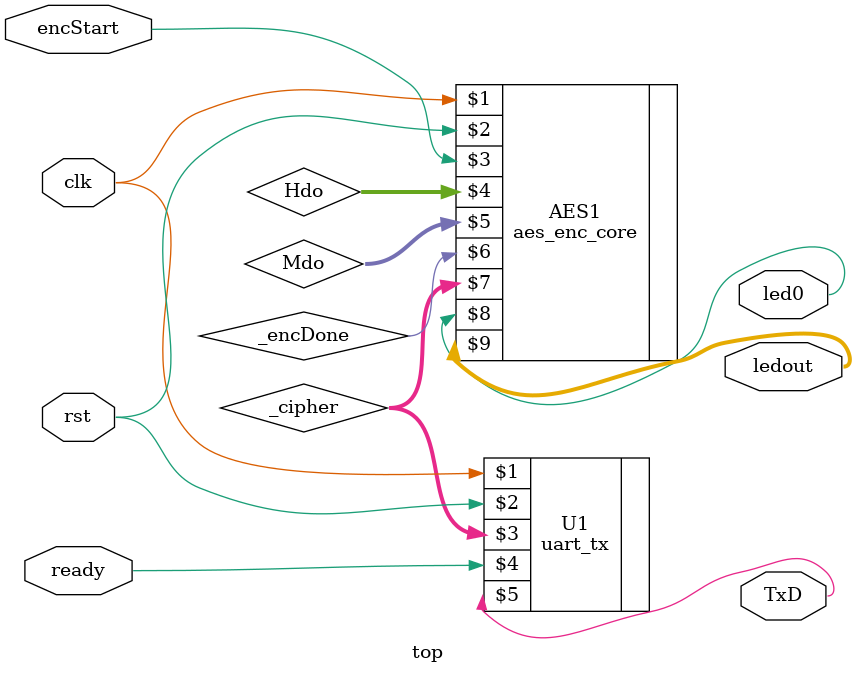
<source format=v>
`timescale 1ns / 1ps




module top(input wire clk,
           input wire rst,
           input wire encStart,
           input wire ready,
           output TxD,
           output led0,
           output [7:0]ledout
           );
           
wire [1919:0]Hdo;
wire [127:0]Mdo;
wire _encDone;
wire [127:0]_cipher;

aes_enc_core AES1(clk,rst,encStart,Hdo,Mdo,_encDone,_cipher,led0,ledout);//,led1);
uart_tx U1(clk,rst,_cipher,ready,TxD);

endmodule



</source>
